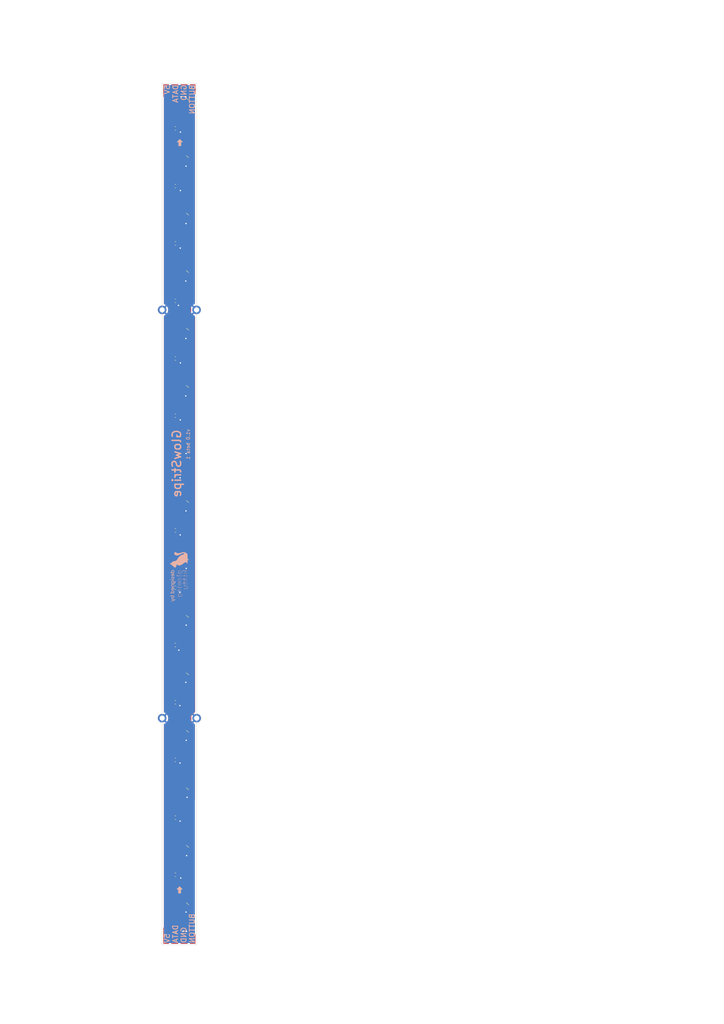
<source format=kicad_pcb>
(kicad_pcb (version 20211014) (generator pcbnew)
  (layers (0 "F.Cu" signal) (31 "B.Cu" signal) (34 "B.Paste" user) (35 "F.Paste" user) (36 "B.SilkS" user "B.Silkscreen") (37 "F.SilkS" user "F.Silkscreen") (38 "B.Mask" user) (39 "F.Mask" user) (44 "Edge.Cuts" user))
  (net 0 "")
  (net 1 "+5V")
  (net 2 "GND")
  (net 3 "Net-(D1-Pad2)")
  (net 4 "Net-(D1-Pad4)")
  (net 5 "Net-(D2-Pad2)")
  (net 6 "Net-(D3-Pad2)")
  (net 7 "Net-(D4-Pad2)")
  (net 8 "Net-(D5-Pad2)")
  (net 9 "Net-(D6-Pad2)")
  (net 10 "Net-(D7-Pad2)")
  (net 11 "Net-(D8-Pad2)")
  (net 12 "Net-(D10-Pad4)")
  (net 13 "Net-(D10-Pad2)")
  (net 14 "Net-(D11-Pad2)")
  (net 15 "Net-(D12-Pad2)")
  (net 16 "Net-(D13-Pad2)")
  (net 17 "Net-(D14-Pad2)")
  (net 18 "Net-(D15-Pad2)")
  (net 19 "BUTTON")
  (footprint "Capacitor_SMD:C_0603_1608Metric_Pad1.08x0.95mm_HandSolder" (layer "F.Cu") (at 50.97 220.35)
    (fp_text reference "C4" hide)
    (fp_text value "0.1uf")
    (pad "1" smd roundrect (at -0.8625 0) (size 1.075 0.95) (layers "F.Cu" "F.Paste" "F.Mask") (net 1 "+5V"))
    (pad "2" smd roundrect (at 0.8625 0) (size 1.075 0.95) (layers "F.Cu" "F.Paste" "F.Mask") (net 2 "GND"))
  )
  (footprint "LED_SMD:LED_WS2812B_PLCC4_5.0x5.0mm_P3.2mm" (layer "F.Cu") (at 52.0678 48.910185 90)
    (fp_text reference "D14" hide)
    (fp_text value "WS2812B")
    (pad "1" smd rect locked (at -2.45 -1.6 90) (size 1.5 1) (layers "F.Cu" "F.Paste" "F.Mask") (net 1 "+5V"))
    (pad "2" smd rect locked (at -2.45 1.6 90) (size 1.5 1) (layers "F.Cu" "F.Paste" "F.Mask") (net 17 "Net-(D14-Pad2)"))
    (pad "3" smd rect locked (at 2.45 1.6 90) (size 1.5 1) (layers "F.Cu" "F.Paste" "F.Mask") (net 2 "GND"))
    (pad "4" smd rect locked (at 2.45 -1.6 90) (size 1.5 1) (layers "F.Cu" "F.Paste" "F.Mask") (net 16 "Net-(D13-Pad2)"))
  )
  (footprint "LED_SMD:LED_WS2812B_PLCC4_5.0x5.0mm_P3.2mm" (layer "F.Cu") (at 52.0678 265.75 90)
    (fp_text reference "D1" hide)
    (fp_text value "WS2812B")
    (pad "1" smd rect locked (at -2.45 -1.6 90) (size 1.5 1) (layers "F.Cu" "F.Paste" "F.Mask") (net 1 "+5V"))
    (pad "2" smd rect locked (at -2.45 1.6 90) (size 1.5 1) (layers "F.Cu" "F.Paste" "F.Mask") (net 3 "Net-(D1-Pad2)"))
    (pad "3" smd rect locked (at 2.45 1.6 90) (size 1.5 1) (layers "F.Cu" "F.Paste" "F.Mask") (net 2 "GND"))
    (pad "4" smd rect locked (at 2.45 -1.6 90) (size 1.5 1) (layers "F.Cu" "F.Paste" "F.Mask") (net 4 "Net-(D1-Pad4)"))
  )
  (footprint "LED_SMD:LED_WS2812B_PLCC4_5.0x5.0mm_P3.2mm" (layer "F.Cu") (at 52.0678 65.59017 90)
    (fp_text reference "D13" hide)
    (fp_text value "WS2812B")
    (pad "1" smd rect locked (at -2.45 -1.6 90) (size 1.5 1) (layers "F.Cu" "F.Paste" "F.Mask") (net 1 "+5V"))
    (pad "2" smd rect locked (at -2.45 1.6 90) (size 1.5 1) (layers "F.Cu" "F.Paste" "F.Mask") (net 16 "Net-(D13-Pad2)"))
    (pad "3" smd rect locked (at 2.45 1.6 90) (size 1.5 1) (layers "F.Cu" "F.Paste" "F.Mask") (net 2 "GND"))
    (pad "4" smd rect locked (at 2.45 -1.6 90) (size 1.5 1) (layers "F.Cu" "F.Paste" "F.Mask") (net 15 "Net-(D12-Pad2)"))
  )
  (footprint "Capacitor_SMD:C_0603_1608Metric_Pad1.08x0.95mm_HandSolder" (layer "F.Cu") (at 50.97 203.64)
    (fp_text reference "C5" hide)
    (fp_text value "0.1uf")
    (pad "1" smd roundrect (at -0.8625 0) (size 1.075 0.95) (layers "F.Cu" "F.Paste" "F.Mask") (net 1 "+5V"))
    (pad "2" smd roundrect (at 0.8625 0) (size 1.075 0.95) (layers "F.Cu" "F.Paste" "F.Mask") (net 2 "GND"))
  )
  (footprint "myparts:Castellated hole" (layer "F.Cu") (at 47.1454 208.24)
    (fp_text reference "H4" hide)
    (fp_text value "Castellated_hole")
    (pad "1" thru_hole circle (at -0.0254 0) (size 2.5 2.5) (drill 1.5) (layers *.Cu *.Mask) (net 2 "GND"))
  )
  (footprint "Capacitor_SMD:C_0603_1608Metric_Pad1.08x0.95mm_HandSolder" (layer "F.Cu") (at 50.97 120.47)
    (fp_text reference "C10" hide)
    (fp_text value "0.1uf")
    (pad "1" smd roundrect (at -0.8625 0) (size 1.075 0.95) (layers "F.Cu" "F.Paste" "F.Mask") (net 1 "+5V"))
    (pad "2" smd roundrect (at 0.8625 0) (size 1.075 0.95) (layers "F.Cu" "F.Paste" "F.Mask") (net 2 "GND"))
  )
  (footprint "Capacitor_SMD:C_0603_1608Metric_Pad1.08x0.95mm_HandSolder" (layer "F.Cu") (at 50.97 253.68)
    (fp_text reference "C2" hide)
    (fp_text value "0.1uf")
    (pad "1" smd roundrect (at -0.8625 0) (size 1.075 0.95) (layers "F.Cu" "F.Paste" "F.Mask") (net 1 "+5V"))
    (pad "2" smd roundrect (at 0.8625 0) (size 1.075 0.95) (layers "F.Cu" "F.Paste" "F.Mask") (net 2 "GND"))
  )
  (footprint "LOGO" (layer "F.Cu") (at 52.24 41.21 180)
    (fp_text reference "leddirectionarrow4" hide)
    (fp_text value "LOGO" hide)
  )
  (footprint "myparts:LED strip connector 4pad small" (layer "F.Cu") (at 52.11 25.71)
    (fp_text reference "U2" hide)
    (fp_text value "Contact pads")
    (pad "1" smd rect locked (at -3.8338 -0.0056) (size 1.6 2.8) (layers "F.Cu" "F.Mask") (net 1 "+5V"))
    (pad "2" smd rect locked (at -1.334534 -0.0056) (size 2 2.8) (layers "F.Cu" "F.Mask") (net 18 "Net-(D15-Pad2)"))
    (pad "3" smd rect locked (at 1.364732 -0.0056) (size 2 2.8) (layers "F.Cu" "F.Mask") (net 2 "GND"))
    (pad "4" smd rect locked (at 3.864 -0.0056) (size 1.6 2.8) (layers "F.Cu" "F.Mask") (net 19 "BUTTON"))
  )
  (footprint "LED_SMD:LED_WS2812B_PLCC4_5.0x5.0mm_P3.2mm" (layer "F.Cu") (at 52.0678 98.95014 90)
    (fp_text reference "D11" hide)
    (fp_text value "WS2812B")
    (pad "1" smd rect locked (at -2.45 -1.6 90) (size 1.5 1) (layers "F.Cu" "F.Paste" "F.Mask") (net 1 "+5V"))
    (pad "2" smd rect locked (at -2.45 1.6 90) (size 1.5 1) (layers "F.Cu" "F.Paste" "F.Mask") (net 14 "Net-(D11-Pad2)"))
    (pad "3" smd rect locked (at 2.45 1.6 90) (size 1.5 1) (layers "F.Cu" "F.Paste" "F.Mask") (net 2 "GND"))
    (pad "4" smd rect locked (at 2.45 -1.6 90) (size 1.5 1) (layers "F.Cu" "F.Paste" "F.Mask") (net 13 "Net-(D10-Pad2)"))
  )
  (footprint "LED_SMD:LED_WS2812B_PLCC4_5.0x5.0mm_P3.2mm" (layer "F.Cu") (at 52.0678 232.39002 90)
    (fp_text reference "D3" hide)
    (fp_text value "WS2812B")
    (pad "1" smd rect locked (at -2.45 -1.6 90) (size 1.5 1) (layers "F.Cu" "F.Paste" "F.Mask") (net 1 "+5V"))
    (pad "2" smd rect locked (at -2.45 1.6 90) (size 1.5 1) (layers "F.Cu" "F.Paste" "F.Mask") (net 6 "Net-(D3-Pad2)"))
    (pad "3" smd rect locked (at 2.45 1.6 90) (size 1.5 1) (layers "F.Cu" "F.Paste" "F.Mask") (net 2 "GND"))
    (pad "4" smd rect locked (at 2.45 -1.6 90) (size 1.5 1) (layers "F.Cu" "F.Paste" "F.Mask") (net 5 "Net-(D2-Pad2)"))
  )
  (footprint "Capacitor_SMD:C_0603_1608Metric_Pad1.08x0.95mm_HandSolder" (layer "F.Cu") (at 50.97 137.13)
    (fp_text reference "C9" hide)
    (fp_text value "0.1uf")
    (pad "1" smd roundrect (at -0.8625 0) (size 1.075 0.95) (layers "F.Cu" "F.Paste" "F.Mask") (net 1 "+5V"))
    (pad "2" smd roundrect (at 0.8625 0) (size 1.075 0.95) (layers "F.Cu" "F.Paste" "F.Mask") (net 2 "GND"))
  )
  (footprint "Capacitor_SMD:C_0603_1608Metric_Pad1.08x0.95mm_HandSolder" (layer "F.Cu") (at 50.97 53.83)
    (fp_text reference "C14" hide)
    (fp_text value "0.1uf")
    (pad "1" smd roundrect (at -0.8625 0) (size 1.075 0.95) (layers "F.Cu" "F.Paste" "F.Mask") (net 1 "+5V"))
    (pad "2" smd roundrect (at 0.8625 0) (size 1.075 0.95) (layers "F.Cu" "F.Paste" "F.Mask") (net 2 "GND"))
  )
  (footprint "myparts:Castellated hole" (layer "F.Cu") (at 57.13 89.75)
    (fp_text reference "H1" hide)
    (fp_text value "Castellated_hole")
    (pad "1" thru_hole circle (at -0.0254 0) (size 2.5 2.5) (drill 1.5) (layers *.Cu *.Mask) (net 2 "GND"))
  )
  (footprint "Capacitor_SMD:C_0603_1608Metric_Pad1.08x0.95mm_HandSolder" (layer "F.Cu") (at 50.97 70.46)
    (fp_text reference "C13" hide)
    (fp_text value "0.1uf")
    (pad "1" smd roundrect (at -0.8625 0) (size 1.075 0.95) (layers "F.Cu" "F.Paste" "F.Mask") (net 1 "+5V"))
    (pad "2" smd roundrect (at 0.8625 0) (size 1.075 0.95) (layers "F.Cu" "F.Paste" "F.Mask") (net 2 "GND"))
  )
  (footprint "Capacitor_SMD:C_0603_1608Metric_Pad1.08x0.95mm_HandSolder" (layer "F.Cu") (at 50.97 237.11)
    (fp_text reference "C3" hide)
    (fp_text value "0.1uf")
    (pad "1" smd roundrect (at -0.8625 0) (size 1.075 0.95) (layers "F.Cu" "F.Paste" "F.Mask") (net 1 "+5V"))
    (pad "2" smd roundrect (at 0.8625 0) (size 1.075 0.95) (layers "F.Cu" "F.Paste" "F.Mask") (net 2 "GND"))
  )
  (footprint "Capacitor_SMD:C_0603_1608Metric_Pad1.08x0.95mm_HandSolder" (layer "F.Cu") (at 50.97 170.38)
    (fp_text reference "C7" hide)
    (fp_text value "0.1uf")
    (pad "1" smd roundrect (at -0.8625 0) (size 1.075 0.95) (layers "F.Cu" "F.Paste" "F.Mask") (net 1 "+5V"))
    (pad "2" smd roundrect (at 0.8625 0) (size 1.075 0.95) (layers "F.Cu" "F.Paste" "F.Mask") (net 2 "GND"))
  )
  (footprint "myparts:Castellated hole" (layer "F.Cu") (at 57.1654 208.24)
    (fp_text reference "H3" hide)
    (fp_text value "Castellated_hole")
    (pad "1" thru_hole circle (at -0.0254 0) (size 2.5 2.5) (drill 1.5) (layers *.Cu *.Mask) (net 2 "GND"))
  )
  (footprint "myparts:LED strip connector 4pad small" (layer "F.Cu") (at 52.11 272.32)
    (fp_text reference "U1" hide)
    (fp_text value "Contact pads")
    (pad "1" smd rect locked (at -3.8338 -0.0056) (size 1.6 2.8) (layers "F.Cu" "F.Mask") (net 1 "+5V"))
    (pad "2" smd rect locked (at -1.334534 -0.0056) (size 2 2.8) (layers "F.Cu" "F.Mask") (net 4 "Net-(D1-Pad4)"))
    (pad "3" smd rect locked (at 1.364732 -0.0056) (size 2 2.8) (layers "F.Cu" "F.Mask") (net 2 "GND"))
    (pad "4" smd rect locked (at 3.864 -0.0056) (size 1.6 2.8) (layers "F.Cu" "F.Mask") (net 19 "BUTTON"))
  )
  (footprint "Capacitor_SMD:C_0603_1608Metric_Pad1.08x0.95mm_HandSolder" (layer "F.Cu") (at 50.97 269.95)
    (fp_text reference "C1" hide)
    (fp_text value "0.1uf")
    (pad "1" smd roundrect (at -0.8625 0) (size 1.075 0.95) (layers "F.Cu" "F.Paste" "F.Mask") (net 1 "+5V"))
    (pad "2" smd roundrect (at 0.8625 0) (size 1.075 0.95) (layers "F.Cu" "F.Paste" "F.Mask") (net 2 "GND"))
  )
  (footprint "LED_SMD:LED_WS2812B_PLCC4_5.0x5.0mm_P3.2mm" (layer "F.Cu") (at 52.0678 32.2302 90)
    (fp_text reference "D15" hide)
    (fp_text value "WS2812B")
    (pad "1" smd rect locked (at -2.45 -1.6 90) (size 1.5 1) (layers "F.Cu" "F.Paste" "F.Mask") (net 1 "+5V"))
    (pad "2" smd rect locked (at -2.45 1.6 90) (size 1.5 1) (layers "F.Cu" "F.Paste" "F.Mask") (net 18 "Net-(D15-Pad2)"))
    (pad "3" smd rect locked (at 2.45 1.6 90) (size 1.5 1) (layers "F.Cu" "F.Paste" "F.Mask") (net 2 "GND"))
    (pad "4" smd rect locked (at 2.45 -1.6 90) (size 1.5 1) (layers "F.Cu" "F.Paste" "F.Mask") (net 17 "Net-(D14-Pad2)"))
  )
  (footprint "LED_SMD:LED_WS2812B_PLCC4_5.0x5.0mm_P3.2mm" (layer "F.Cu") (at 52.0678 182.350065 90)
    (fp_text reference "D6" hide)
    (fp_text value "WS2812B")
    (pad "1" smd rect locked (at -2.45 -1.6 90) (size 1.5 1) (layers "F.Cu" "F.Paste" "F.Mask") (net 1 "+5V"))
    (pad "2" smd rect locked (at -2.45 1.6 90) (size 1.5 1) (layers "F.Cu" "F.Paste" "F.Mask") (net 9 "Net-(D6-Pad2)"))
    (pad "3" smd rect locked (at 2.45 1.6 90) (size 1.5 1) (layers "F.Cu" "F.Paste" "F.Mask") (net 2 "GND"))
    (pad "4" smd rect locked (at 2.45 -1.6 90) (size 1.5 1) (layers "F.Cu" "F.Paste" "F.Mask") (net 8 "Net-(D5-Pad2)"))
  )
  (footprint "LED_SMD:LED_WS2812B_PLCC4_5.0x5.0mm_P3.2mm" (layer "F.Cu") (at 52.0678 148.990095 90)
    (fp_text reference "D8" hide)
    (fp_text value "WS2812B")
    (pad "1" smd rect locked (at -2.45 -1.6 90) (size 1.5 1) (layers "F.Cu" "F.Paste" "F.Mask") (net 1 "+5V"))
    (pad "2" smd rect locked (at -2.45 1.6 90) (size 1.5 1) (layers "F.Cu" "F.Paste" "F.Mask") (net 11 "Net-(D8-Pad2)"))
    (pad "3" smd rect locked (at 2.45 1.6 90) (size 1.5 1) (layers "F.Cu" "F.Paste" "F.Mask") (net 2 "GND"))
    (pad "4" smd rect locked (at 2.45 -1.6 90) (size 1.5 1) (layers "F.Cu" "F.Paste" "F.Mask") (net 10 "Net-(D7-Pad2)"))
  )
  (footprint "Capacitor_SMD:C_0603_1608Metric_Pad1.08x0.95mm_HandSolder" (layer "F.Cu") (at 50.97 37.09)
    (fp_text reference "C15" hide)
    (fp_text value "0.1uf")
    (pad "1" smd roundrect (at -0.8625 0) (size 1.075 0.95) (layers "F.Cu" "F.Paste" "F.Mask") (net 1 "+5V"))
    (pad "2" smd roundrect (at 0.8625 0) (size 1.075 0.95) (layers "F.Cu" "F.Paste" "F.Mask") (net 2 "GND"))
  )
  (footprint "LED_SMD:LED_WS2812B_PLCC4_5.0x5.0mm_P3.2mm" (layer "F.Cu") (at 52.0678 115.630125 90)
    (fp_text reference "D10" hide)
    (fp_text value "WS2812B")
    (pad "1" smd rect locked (at -2.45 -1.6 90) (size 1.5 1) (layers "F.Cu" "F.Paste" "F.Mask") (net 1 "+5V"))
    (pad "2" smd rect locked (at -2.45 1.6 90) (size 1.5 1) (layers "F.Cu" "F.Paste" "F.Mask") (net 13 "Net-(D10-Pad2)"))
    (pad "3" smd rect locked (at 2.45 1.6 90) (size 1.5 1) (layers "F.Cu" "F.Paste" "F.Mask") (net 2 "GND"))
    (pad "4" smd rect locked (at 2.45 -1.6 90) (size 1.5 1) (layers "F.Cu" "F.Paste" "F.Mask") (net 12 "Net-(D10-Pad4)"))
  )
  (footprint "Capacitor_SMD:C_0603_1608Metric_Pad1.08x0.95mm_HandSolder" (layer "F.Cu") (at 50.97 153.78)
    (fp_text reference "C8" hide)
    (fp_text value "0.1uf")
    (pad "1" smd roundrect (at -0.8625 0) (size 1.075 0.95) (layers "F.Cu" "F.Paste" "F.Mask") (net 1 "+5V"))
    (pad "2" smd roundrect (at 0.8625 0) (size 1.075 0.95) (layers "F.Cu" "F.Paste" "F.Mask") (net 2 "GND"))
  )
  (footprint "LOGO" (layer "F.Cu") (at 52.19 258.07 180)
    (fp_text reference "leddirectionarrow4" hide)
    (fp_text value "LOGO" hide)
  )
  (footprint "LED_SMD:LED_WS2812B_PLCC4_5.0x5.0mm_P3.2mm" (layer "F.Cu") (at 52.0678 249.070005 90)
    (fp_text reference "D2" hide)
    (fp_text value "WS2812B")
    (pad "1" smd rect locked (at -2.45 -1.6 90) (size 1.5 1) (layers "F.Cu" "F.Paste" "F.Mask") (net 1 "+5V"))
    (pad "2" smd rect locked (at -2.45 1.6 90) (size 1.5 1) (layers "F.Cu" "F.Paste" "F.Mask") (net 5 "Net-(D2-Pad2)"))
    (pad "3" smd rect locked (at 2.45 1.6 90) (size 1.5 1) (layers "F.Cu" "F.Paste" "F.Mask") (net 2 "GND"))
    (pad "4" smd rect locked (at 2.45 -1.6 90) (size 1.5 1) (layers "F.Cu" "F.Paste" "F.Mask") (net 3 "Net-(D1-Pad2)"))
  )
  (footprint "myparts:Castellated hole" (layer "F.Cu") (at 47.14 89.75)
    (fp_text reference "H2" hide)
    (fp_text value "Castellated_hole")
    (pad "1" thru_hole circle (at -0.0254 0) (size 2.5 2.5) (drill 1.5) (layers *.Cu *.Mask) (net 2 "GND"))
  )
  (footprint "LED_SMD:LED_WS2812B_PLCC4_5.0x5.0mm_P3.2mm" (layer "F.Cu") (at 52.0678 215.710035 90)
    (fp_text reference "D4" hide)
    (fp_text value "WS2812B")
    (pad "1" smd rect locked (at -2.45 -1.6 90) (size 1.5 1) (layers "F.Cu" "F.Paste" "F.Mask") (net 1 "+5V"))
    (pad "2" smd rect locked (at -2.45 1.6 90) (size 1.5 1) (layers "F.Cu" "F.Paste" "F.Mask") (net 7 "Net-(D4-Pad2)"))
    (pad "3" smd rect locked (at 2.45 1.6 90) (size 1.5 1) (layers "F.Cu" "F.Paste" "F.Mask") (net 2 "GND"))
    (pad "4" smd rect locked (at 2.45 -1.6 90) (size 1.5 1) (layers "F.Cu" "F.Paste" "F.Mask") (net 6 "Net-(D3-Pad2)"))
  )
  (footprint "Capacitor_SMD:C_0603_1608Metric_Pad1.08x0.95mm_HandSolder" (layer "F.Cu") (at 50.97 103.86)
    (fp_text reference "C11" hide)
    (fp_text value "0.1uf")
    (pad "1" smd roundrect (at -0.8625 0) (size 1.075 0.95) (layers "F.Cu" "F.Paste" "F.Mask") (net 1 "+5V"))
    (pad "2" smd roundrect (at 0.8625 0) (size 1.075 0.95) (layers "F.Cu" "F.Paste" "F.Mask") (net 2 "GND"))
  )
  (footprint "Capacitor_SMD:C_0603_1608Metric_Pad1.08x0.95mm_HandSolder" (layer "F.Cu") (at 50.97 187.03)
    (fp_text reference "C6" hide)
    (fp_text value "0.1uf")
    (pad "1" smd roundrect (at -0.8625 0) (size 1.075 0.95) (layers "F.Cu" "F.Paste" "F.Mask") (net 1 "+5V"))
    (pad "2" smd roundrect (at 0.8625 0) (size 1.075 0.95) (layers "F.Cu" "F.Paste" "F.Mask") (net 2 "GND"))
  )
  (footprint "Capacitor_SMD:C_0603_1608Metric_Pad1.08x0.95mm_HandSolder" (layer "F.Cu") (at 50.97 87.14)
    (fp_text reference "C12" hide)
    (fp_text value "0.1uf")
    (pad "1" smd roundrect (at -0.8625 0) (size 1.075 0.95) (layers "F.Cu" "F.Paste" "F.Mask") (net 1 "+5V"))
    (pad "2" smd roundrect (at 0.8625 0) (size 1.075 0.95) (layers "F.Cu" "F.Paste" "F.Mask") (net 2 "GND"))
  )
  (footprint "LED_SMD:LED_WS2812B_PLCC4_5.0x5.0mm_P3.2mm" (layer "F.Cu") (at 52.0678 165.67008 90)
    (fp_text reference "D7" hide)
    (fp_text value "WS2812B")
    (pad "1" smd rect locked (at -2.45 -1.6 90) (size 1.5 1) (layers "F.Cu" "F.Paste" "F.Mask") (net 1 "+5V"))
    (pad "2" smd rect locked (at -2.45 1.6 90) (size 1.5 1) (layers "F.Cu" "F.Paste" "F.Mask") (net 10 "Net-(D7-Pad2)"))
    (pad "3" smd rect locked (at 2.45 1.6 90) (size 1.5 1) (layers "F.Cu" "F.Paste" "F.Mask") (net 2 "GND"))
    (pad "4" smd rect locked (at 2.45 -1.6 90) (size 1.5 1) (layers "F.Cu" "F.Paste" "F.Mask") (net 9 "Net-(D6-Pad2)"))
  )
  (footprint "LED_SMD:LED_WS2812B_PLCC4_5.0x5.0mm_P3.2mm" (layer "F.Cu") (at 52.0678 132.31011 90)
    (fp_text reference "D9" hide)
    (fp_text value "WS2812B")
    (pad "1" smd rect locked (at -2.45 -1.6 90) (size 1.5 1) (layers "F.Cu" "F.Paste" "F.Mask") (net 1 "+5V"))
    (pad "2" smd rect locked (at -2.45 1.6 90) (size 1.5 1) (layers "F.Cu" "F.Paste" "F.Mask") (net 12 "Net-(D10-Pad4)"))
    (pad "3" smd rect locked (at 2.45 1.6 90) (size 1.5 1) (layers "F.Cu" "F.Paste" "F.Mask") (net 2 "GND"))
    (pad "4" smd rect locked (at 2.45 -1.6 90) (size 1.5 1) (layers "F.Cu" "F.Paste" "F.Mask") (net 11 "Net-(D8-Pad2)"))
  )
  (footprint "LED_SMD:LED_WS2812B_PLCC4_5.0x5.0mm_P3.2mm" (layer "F.Cu") (at 52.0678 199.03005 90)
    (fp_text reference "D5" hide)
    (fp_text value "WS2812B")
    (pad "1" smd rect locked (at -2.45 -1.6 90) (size 1.5 1) (layers "F.Cu" "F.Paste" "F.Mask") (net 1 "+5V"))
    (pad "2" smd rect locked (at -2.45 1.6 90) (size 1.5 1) (layers "F.Cu" "F.Paste" "F.Mask") (net 8 "Net-(D5-Pad2)"))
    (pad "3" smd rect locked (at 2.45 1.6 90) (size 1.5 1) (layers "F.Cu" "F.Paste" "F.Mask") (net 2 "GND"))
    (pad "4" smd rect locked (at 2.45 -1.6 90) (size 1.5 1) (layers "F.Cu" "F.Paste" "F.Mask") (net 7 "Net-(D4-Pad2)"))
  )
  (footprint "LED_SMD:LED_WS2812B_PLCC4_5.0x5.0mm_P3.2mm" (layer "F.Cu") (at 52.0678 82.270155 90)
    (fp_text reference "D12" hide)
    (fp_text value "WS2812B")
    (pad "1" smd rect locked (at -2.45 -1.6 90) (size 1.5 1) (layers "F.Cu" "F.Paste" "F.Mask") (net 1 "+5V"))
    (pad "2" smd rect locked (at -2.45 1.6 90) (size 1.5 1) (layers "F.Cu" "F.Paste" "F.Mask") (net 15 "Net-(D12-Pad2)"))
    (pad "3" smd rect locked (at 2.45 1.6 90) (size 1.5 1) (layers "F.Cu" "F.Paste" "F.Mask") (net 2 "GND"))
    (pad "4" smd rect locked (at 2.45 -1.6 90) (size 1.5 1) (layers "F.Cu" "F.Paste" "F.Mask") (net 14 "Net-(D11-Pad2)"))
  )
  (footprint "LOGO" (layer "B.Cu") (at 52.17 258.08)
    (fp_text reference "leddirectionarrow4" hide)
    (fp_text value "LOGO" hide)
  )
  (footprint "LOGO" (layer "B.Cu") (at 51.98 167.29 -90)
    (fp_text reference "designedby" hide)
    (fp_text value "LOGO" hide)
  )
  (footprint "LOGO" (layer "B.Cu") (at 52.24 41.21)
    (fp_text reference "leddirectionarrow4" hide)
    (fp_text value "LOGO" hide)
  )
  (gr_line locked (start 57.13 274.01) (end 47.13 274.01) (layer "Edge.Cuts") (width 0.1))
  (gr_line locked (start 47.13 24.01) (end 57.13 24.01) (layer "Edge.Cuts") (width 0.1))
  (gr_line locked (start 57.13 24.01) (end 57.13 274.01) (layer "Edge.Cuts") (width 0.1))
  (gr_line locked (start 47.13 274.01) (end 47.13 24.01) (layer "Edge.Cuts") (width 0.1))
  (gr_text "5V\nDATA\nGND\nBUTTON" (at 52.21 24.26 90) (layer "B.SilkS") (effects (font (size 1.5 1.5) (thickness 0.25)) (justify left mirror)))
  (gr_text "v1.0 beta 1" (at 54.67 128.78 90) (layer "B.SilkS") (effects (font (size 1 1)) (justify mirror)))
  (gr_text "GlowStripe" (at 51.35 134.35 90) (layer "B.SilkS") (effects (font (size 2.5 2.5) (thickness 0.4)) (justify mirror)))
  (gr_text "5V\nDATA\nGND\nBUTTON" (at 52.18 273.62 90) (layer "B.SilkS") (effects (font (size 1.5 1.5) (thickness 0.25)) (justify right mirror)))
  (segment (start 48.56 28.37) (end 48.56 29.23) (width 1.5) (layer "F.Cu") (net 1))
  (segment (start 50.1075 187.03) (end 50.1075 185.160365) (width 1) (layer "F.Cu") (net 1))
  (segment (start 50.1075 87.14) (end 50.1075 85.080455) (width 1) (layer "F.Cu") (net 1))
  (segment (start 50.1075 53.83) (end 50.1075 51.720485) (width 1) (layer "F.Cu") (net 1))
  (segment (start 49.5038 269.2938) (end 50.045 269.835) (width 1.2) (layer "F.Cu") (net 1))
  (segment (start 50.1075 170.38) (end 50.1075 168.48038) (width 1) (layer "F.Cu") (net 1))
  (segment (start 50.1075 51.720485) (end 50.4678 51.360185) (width 1) (layer "F.Cu") (net 1))
  (segment (start 50.1075 251.880305) (end 50.4678 251.520005) (width 0.25) (layer "F.Cu") (net 1))
  (segment (start 50.1075 237.11) (end 50.1075 235.20032) (width 1) (layer "F.Cu") (net 1))
  (segment (start 50.1075 185.160365) (end 50.4678 184.800065) (width 1) (layer "F.Cu") (net 1))
  (segment (start 48.56 29.23) (end 48.56 33.493) (width 1.5) (layer "F.Cu") (net 1))
  (segment (start 50.1075 37.09) (end 50.1075 35.0405) (width 1) (layer "F.Cu") (net 1))
  (segment (start 50.1075 101.76044) (end 50.4678 101.40014) (width 1) (layer "F.Cu") (net 1))
  (segment (start 50.1075 68.40047) (end 50.4678 68.04017) (width 1) (layer "F.Cu") (net 1))
  (segment (start 50.045 269.835) (end 50.045 269.95) (width 1.2) (layer "F.Cu") (net 1))
  (segment (start 50.1075 35.0405) (end 50.4678 34.6802) (width 1) (layer "F.Cu") (net 1))
  (segment (start 48.75 28.18) (end 48.56 28.37) (width 1.5) (layer "F.Cu") (net 1))
  (segment (start 50.1075 203.64) (end 50.1075 201.84035) (width 1) (layer "F.Cu") (net 1))
  (segment (start 48.0862 270.4438) (end 48.0862 272.0944) (width 1.2) (layer "F.Cu") (net 1))
  (segment (start 50.1075 268.5603) (end 50.4678 268.2) (width 0.25) (layer "F.Cu") (net 1))
  (segment (start 50.1075 253.68) (end 50.1075 251.880305) (width 1) (layer "F.Cu") (net 1))
  (segment (start 50.1075 153.78) (end 50.1075 151.800395) (width 1) (layer "F.Cu") (net 1))
  (segment (start 50.1075 201.84035) (end 50.4678 201.48005) (width 1) (layer "F.Cu") (net 1))
  (segment (start 48.0862 269.2938) (end 49.5038 269.2938) (width 1.2) (layer "F.Cu") (net 1))
  (segment (start 50.1075 151.800395) (end 50.4678 151.440095) (width 1) (layer "F.Cu") (net 1))
  (segment (start 50.1075 85.080455) (end 50.4678 84.720155) (width 1) (layer "F.Cu") (net 1))
  (segment (start 50.1075 88.7325) (end 50.06 88.78) (width 1) (layer "F.Cu") (net 1))
  (segment (start 50.1075 269.95) (end 50.1075 268.5603) (width 1) (layer "F.Cu") (net 1))
  (segment (start 48.2512 27.6812) (end 48.75 28.18) (width 1.5) (layer "F.Cu") (net 1))
  (segment (start 50.1075 168.48038) (end 50.4678 168.12008) (width 1) (layer "F.Cu") (net 1))
  (segment (start 50.1075 87.14) (end 50.1075 88.7325) (width 1) (layer "F.Cu") (net 1))
  (segment (start 50.1075 70.46) (end 50.1075 68.40047) (width 1) (layer "F.Cu") (net 1))
  (segment (start 48.2512 25.8044) (end 48.2512 27.6812) (width 1.5) (layer "F.Cu") (net 1))
  (segment (start 48.34 26.1696) (end 48.086 25.9156) (width 1.3) (layer "F.Cu") (net 1))
  (segment (start 50.1075 220.35) (end 50.1075 218.520335) (width 1) (layer "F.Cu") (net 1))
  (segment (start 48.0862 269.2938) (end 48.0862 270.4438) (width 1.2) (layer "F.Cu") (net 1))
  (segment (start 50.1075 120.47) (end 50.1075 118.440425) (width 1) (layer "F.Cu") (net 1))
  (segment (start 50.1075 135.12041) (end 50.4678 134.76011) (width 1) (layer "F.Cu") (net 1))
  (segment (start 50.1075 118.440425) (end 50.4678 118.080125) (width 1) (layer "F.Cu") (net 1))
  (segment (start 50.1075 137.13) (end 50.1075 135.12041) (width 1) (layer "F.Cu") (net 1))
  (segment (start 48.56 33.493) (end 50.1075 35.0405) (width 1.5) (layer "F.Cu") (net 1))
  (segment (start 50.1075 103.86) (end 50.1075 101.76044) (width 1) (layer "F.Cu") (net 1))
  (segment (start 50.1075 218.520335) (end 50.4678 218.160035) (width 0.25) (layer "F.Cu") (net 1))
  (segment (start 50.1075 235.20032) (end 50.4678 234.84002) (width 0.25) (layer "F.Cu") (net 1))
  (segment (start 51.8325 171.2125) (end 52.27 171.65) (width 0.25) (layer "F.Cu") (net 2))
  (segment (start 53.6678 214.2478) (end 54.09 214.67) (width 0.25) (layer "F.Cu") (net 2))
  (segment (start 51.8325 137.13) (end 51.8325 137.9925) (width 0.25) (layer "F.Cu") (net 2))
  (segment (start 51.8325 103.86) (end 51.8325 104.5525) (width 0.25) (layer "F.Cu") (net 2))
  (segment (start 53.6678 264.1378) (end 53.6678 263.3) (width 0.25) (layer "F.Cu") (net 2))
  (segment (start 53.6678 46.460185) (end 53.6678 47.6578) (width 0.25) (layer "F.Cu") (net 2))
  (segment (start 53.6678 96.50014) (end 53.6678 97.7178) (width 0.25) (layer "F.Cu") (net 2))
  (segment (start 51.8325 220.8125) (end 51.8325 220.35) (width 0.25) (layer "F.Cu") (net 2))
  (segment (start 51.8325 153.78) (end 51.8325 154.5425) (width 0.25) (layer "F.Cu") (net 2))
  (segment (start 51.8325 53.83) (end 51.8325 54.5325) (width 0.25) (layer "F.Cu") (net 2))
  (segment (start 53.6678 180.8278) (end 54.09 181.25) (width 0.25) (layer "F.Cu") (net 2))
  (segment (start 53.6678 163.22008) (end 53.6678 164.3478) (width 0.25) (layer "F.Cu") (net 2))
  (segment (start 53.484732 270.424732) (end 53.15 270.09) (width 0.25) (layer "F.Cu") (net 2))
  (segment (start 51.8325 70.46) (end 51.8325 71.2725) (width 0.25) (layer "F.Cu") (net 2))
  (segment (start 51.96 188.51) (end 51.8325 188.3825) (width 0.25) (layer "F.Cu") (net 2))
  (segment (start 51.8325 188.3825) (end 51.8325 187.03) (width 0.25) (layer "F.Cu") (net 2))
  (segment (start 53.6678 246.620005) (end 53.6678 247.5878) (width 0.25) (layer "F.Cu") (net 2))
  (segment (start 53.6678 97.7178) (end 54 98.05) (width 0.25) (layer "F.Cu") (net 2))
  (segment (start 51.8325 71.2725) (end 52.38 71.82) (width 0.25) (layer "F.Cu") (net 2))
  (segment (start 53.6678 114.3978) (end 53.98 114.71) (width 0.25) (layer "F.Cu") (net 2))
  (segment (start 53.484732 272.3344) (end 53.484732 270.424732) (width 2) (layer "F.Cu") (net 2))
  (segment (start 51.8325 88.4225) (end 51.8325 87.14) (width 0.25) (layer "F.Cu") (net 2))
  (segment (start 51.85 88.44) (end 51.8325 88.4225) (width 0.25) (layer "F.Cu") (net 2))
  (segment (start 51.8325 237.11) (end 51.8325 237.6125) (width 0.25) (layer "F.Cu") (net 2))
  (segment (start 53.6678 164.3478) (end 54.1 164.78) (width 0.25) (layer "F.Cu") (net 2))
  (segment (start 53.6678 79.820155) (end 53.6678 81.0678) (width 0.25) (layer "F.Cu") (net 2))
  (segment (start 51.8325 121.1325) (end 52.38 121.68) (width 0.25) (layer "F.Cu") (net 2))
  (segment (start 53.6678 230.5278) (end 54.36 231.22) (width 0.25) (layer "F.Cu") (net 2))
  (segment (start 53.6678 147.7378) (end 54.03 148.1) (width 0.25) (layer "F.Cu") (net 2))
  (segment (start 53.6678 29.7802) (end 53.6678 27.7578) (width 1) (layer "F.Cu") (net 2))
  (segment (start 51.8325 104.5525) (end 52.42 105.14) (width 0.25) (layer "F.Cu") (net 2))
  (segment (start 51.8325 253.9525) (end 52.53 254.65) (width 0.25) (layer "F.Cu") (net 2))
  (segment (start 51.8325 203.64) (end 51.8325 204.1725) (width 0.25) (layer "F.Cu") (net 2))
  (segment (start 53.6678 197.5178) (end 53.6678 196.58005) (width 0.25) (layer "F.Cu") (net 2))
  (segment (start 53.6678 129.86011) (end 53.6678 131.0478) (width 0.25) (layer "F.Cu") (net 2))
  (segment (start 53.6678 229.94002) (end 53.6678 230.5278) (width 0.25) (layer "F.Cu") (net 2))
  (segment (start 51.8325 204.1725) (end 52.26 204.6) (width 0.25) (layer "F.Cu") (net 2))
  (segment (start 53.474732 27.564732) (end 53.86 27.95) (width 1) (layer "F.Cu") (net 2))
  (segment (start 53.474732 25.8044) (end 53.474732 27.564732) (width 2) (layer "F.Cu") (net 2))
  (segment (start 53.6678 179.900065) (end 53.6678 180.8278) (width 0.25) (layer "F.Cu") (net 2))
  (segment (start 53.99 197.84) (end 53.6678 197.5178) (width 0.25) (layer "F.Cu") (net 2))
  (segment (start 51.8325 237.6125) (end 52.33 238.11) (width 0.25) (layer "F.Cu") (net 2))
  (segment (start 53.6678 63.14017) (end 53.6678 64.3178) (width 0.25) (layer "F.Cu") (net 2))
  (segment (start 53.474732 27.045268) (end 52.62 27.9) (width 1) (layer "F.Cu") (net 2))
  (segment (start 53.6678 131.0478) (end 54.05 131.43) (width 0.25) (layer "F.Cu") (net 2))
  (segment (start 53.6678 146.540095) (end 53.6678 147.7378) (width 0.25) (layer "F.Cu") (net 2))
  (segment (start 53.01 269.95) (end 53.484732 270.424732) (width 0.25) (layer "F.Cu") (net 2))
  (segment (start 51.8325 137.9925) (end 52.33 138.49) (width 0.25) (layer "F.Cu") (net 2))
  (segment (start 53.484732 270.424732) (end 53.885268 270.424732) (width 0.25) (layer "F.Cu") (net 2))
  (segment (start 53.6678 47.6578) (end 54.05 48.04) (width 0.25) (layer "F.Cu") (net 2))
  (segment (start 53.6678 247.5878) (end 54.21 248.13) (width 0.25) (layer "F.Cu") (net 2))
  (segment (start 53.6678 113.180125) (end 53.6678 114.3978) (width 0.25) (layer "F.Cu") (net 2))
  (segment (start 54.04 264.51) (end 53.6678 264.1378) (width 0.25) (layer "F.Cu") (net 2))
  (segment (start 53.6678 213.260035) (end 53.6678 214.2478) (width 0.25) (layer "F.Cu") (net 2))
  (segment (start 51.8325 37.5625) (end 52.43 38.16) (width 0.25) (layer "F.Cu") (net 2))
  (segment (start 53.6678 27.7578) (end 53.474732 27.564732) (width 1) (layer "F.Cu") (net 2))
  (segment (start 52.29 221.27) (end 51.8325 220.8125) (width 0.25) (layer "F.Cu") (net 2))
  (segment (start 51.8325 253.68) (end 51.8325 253.9525) (width 0.25) (layer "F.Cu") (net 2))
  (segment (start 51.8225 269.95) (end 53.01 269.95) (width 0.25) (layer "F.Cu") (net 2))
  (segment (start 53.6678 64.3178) (end 54.04 64.69) (width 0.25) (layer "F.Cu") (net 2))
  (segment (start 51.8325 37.09) (end 51.8325 37.5625) (width 0.25) (layer "F.Cu") (net 2))
  (segment (start 53.6678 81.0678) (end 53.98 81.38) (width 0.25) (layer "F.Cu") (net 2))
  (segment (start 51.8325 154.5425) (end 52.35 155.06) (width 0.25) (layer "F.Cu") (net 2))
  (segment (start 51.8325 170.38) (end 51.8325 171.2125) (width 0.25) (layer "F.Cu") (net 2))
  (segment (start 51.8325 54.5325) (end 52.42 55.12) (width 0.25) (layer "F.Cu") (net 2))
  (segment (start 53.885268 270.424732) (end 54.19 270.12) (width 1) (layer "F.Cu") (net 2))
  (segment (start 51.8325 120.47) (end 51.8325 121.1325) (width 0.25) (layer "F.Cu") (net 2))
  (via (at 54.21 248.13) (size 0.8) (drill 0.4) (layers "F.Cu" "B.Cu") (net 2))
  (via (at 51.85 88.44) (size 0.8) (drill 0.4) (layers "F.Cu" "B.Cu") (net 2))
  (via (at 52.29 221.27) (size 0.8) (drill 0.4) (layers "F.Cu" "B.Cu") (net 2))
  (via (at 54.09 214.67) (size 0.8) (drill 0.4) (layers "F.Cu" "B.Cu") (net 2))
  (via (at 53.86 27.95) (size 0.8) (drill 0.4) (layers "F.Cu" "B.Cu") (net 2))
  (via (at 54.36 231.22) (size 0.8) (drill 0.4) (layers "F.Cu" "B.Cu") (net 2))
  (via (at 52.43 38.16) (size 0.8) (drill 0.4) (layers "F.Cu" "B.Cu") (net 2))
  (via (at 54.05 131.43) (size 0.8) (drill 0.4) (layers "F.Cu" "B.Cu") (net 2))
  (via (at 54.04 64.69) (size 0.8) (drill 0.4) (layers "F.Cu" "B.Cu") (net 2))
  (via (at 54.05 48.04) (size 0.8) (drill 0.4) (layers "F.Cu" "B.Cu") (net 2))
  (via (at 53.98 114.71) (size 0.8) (drill 0.4) (layers "F.Cu" "B.Cu") (net 2))
  (via (at 52.33 238.11) (size 0.8) (drill 0.4) (layers "F.Cu" "B.Cu") (net 2))
  (via (at 52.26 204.6) (size 0.8) (drill 0.4) (layers "F.Cu" "B.Cu") (net 2))
  (via (at 54.09 181.25) (size 0.8) (drill 0.4) (layers "F.Cu" "B.Cu") (net 2))
  (via (at 54.03 148.1) (size 0.8) (drill 0.4) (layers "F.Cu" "B.Cu") (net 2))
  (via (at 52.33 138.49) (size 0.8) (drill 0.4) (layers "F.Cu" "B.Cu") (net 2))
  (via (at 53.99 197.84) (size 0.8) (drill 0.4) (layers "F.Cu" "B.Cu") (net 2))
  (via (at 51.96 188.51) (size 0.8) (drill 0.4) (layers "F.Cu" "B.Cu") (net 2))
  (via (at 52.38 121.68) (size 0.8) (drill 0.4) (layers "F.Cu" "B.Cu") (net 2))
  (via (at 54.1 164.78) (size 0.8) (drill 0.4) (layers "F.Cu" "B.Cu") (net 2))
  (via (at 52.27 171.65) (size 0.8) (drill 0.4) (layers "F.Cu" "B.Cu") (net 2))
  (via (at 52.35 155.06) (size 0.8) (drill 0.4) (layers "F.Cu" "B.Cu") (net 2))
  (via (at 52.42 105.14) (size 0.8) (drill 0.4) (layers "F.Cu" "B.Cu") (net 2))
  (via (at 53.98 81.38) (size 0.8) (drill 0.4) (layers "F.Cu" "B.Cu") (net 2))
  (via (at 52.42 55.12) (size 0.8) (drill 0.4) (layers "F.Cu" "B.Cu") (net 2))
  (via (at 53.15 270.09) (size 0.8) (drill 0.4) (layers "F.Cu" "B.Cu") (net 2))
  (via (at 52.62 27.9) (size 0.8) (drill 0.4) (layers "F.Cu" "B.Cu") (net 2))
  (via (at 54.19 270.12) (size 0.8) (drill 0.4) (layers "F.Cu" "B.Cu") (net 2))
  (via (at 52.53 254.65) (size 0.8) (drill 0.4) (layers "F.Cu" "B.Cu") (net 2))
  (via (at 54.04 264.51) (size 0.8) (drill 0.4) (layers "F.Cu" "B.Cu") (net 2))
  (via (at 54 98.05) (size 0.8) (drill 0.4) (layers "F.Cu" "B.Cu") (net 2))
  (via (at 52.38 71.82) (size 0.8) (drill 0.4) (layers "F.Cu" "B.Cu") (net 2))
  (segment (start 52.06 252.21) (end 52.06 250.53) (width 0.5) (layer "F.Cu") (net 3))
  (segment (start 53.6678 268.2) (end 53.6678 265.9778) (width 0.5) (layer "F.Cu") (net 3))
  (segment (start 52.06 250.53) (end 50.4678 248.9378) (width 0.5) (layer "F.Cu") (net 3))
  (segment (start 51.89 264.2) (end 51.89 262.28) (width 0.5) (layer "F.Cu") (net 3))
  (segment (start 53.6678 265.9778) (end 51.89 264.2) (width 0.5) (layer "F.Cu") (net 3))
  (segment (start 53.67 260.5) (end 53.67 253.82) (width 0.5) (layer "F.Cu") (net 3))
  (segment (start 53.67 253.82) (end 52.06 252.21) (width 0.5) (layer "F.Cu") (net 3))
  (segment (start 50.4678 248.9378) (end 50.4678 246.620005) (width 0.5) (layer "F.Cu") (net 3))
  (segment (start 51.89 262.28) (end 53.67 260.5) (width 0.5) (layer "F.Cu") (net 3))
  (segment (start 52.01 268.46) (end 52.01 266.84) (width 0.5) (layer "F.Cu") (net 4))
  (segment (start 50.93452 272.185346) (end 50.93452 270.41994) (width 0.2) (layer "F.Cu") (net 4))
  (segment (start 50.785466 272.3344) (end 50.93452 272.185346) (width 0.2) (layer "F.Cu") (net 4))
  (segment (start 50.94452 269.52548) (end 52.01 268.46) (width 0.2) (layer "F.Cu") (net 4))
  (segment (start 50.93452 270.41994) (end 50.94452 270.40994) (width 0.2) (layer "F.Cu") (net 4))
  (segment (start 50.4678 265.2978) (end 50.4678 263.3) (width 0.5) (layer "F.Cu") (net 4))
  (segment (start 52.01 266.84) (end 50.4678 265.2978) (width 0.5) (layer "F.Cu") (net 4))
  (segment (start 50.94452 270.40994) (end 50.94452 269.52548) (width 0.2) (layer "F.Cu") (net 4))
  (segment (start 53.6678 251.520005) (end 53.6678 249.5378) (width 0.5) (layer "F.Cu") (net 5))
  (segment (start 51.91 235.32) (end 51.91 233.58) (width 0.5) (layer "F.Cu") (net 5))
  (segment (start 53.41 243.89) (end 53.41 236.82) (width 0.5) (layer "F.Cu") (net 5))
  (segment (start 51.92 245.38) (end 53.41 243.89) (width 0.5) (layer "F.Cu") (net 5))
  (segment (start 50.4678 232.1378) (end 50.4678 229.94002) (width 0.5) (layer "F.Cu") (net 5))
  (segment (start 51.92 247.79) (end 51.92 245.38) (width 0.5) (layer "F.Cu") (net 5))
  (segment (start 53.6678 249.5378) (end 51.92 247.79) (width 0.5) (layer "F.Cu") (net 5))
  (segment (start 53.41 236.82) (end 51.91 235.32) (width 0.5) (layer "F.Cu") (net 5))
  (segment (start 51.91 233.58) (end 50.4678 232.1378) (width 0.5) (layer "F.Cu") (net 5))
  (segment (start 53.6678 232.6378) (end 51.94 230.91) (width 0.5) (layer "F.Cu") (net 6))
  (segment (start 52.01 216.95) (end 50.4678 215.4078) (width 0.5) (layer "F.Cu") (net 6))
  (segment (start 50.4678 215.4078) (end 50.4678 213.260035) (width 0.5) (layer "F.Cu") (net 6))
  (segment (start 53.56 220.23) (end 52.01 218.68) (width 0.5) (layer "F.Cu") (net 6))
  (segment (start 53.56 226.96) (end 53.56 220.23) (width 0.5) (layer "F.Cu") (net 6))
  (segment (start 51.94 230.91) (end 51.94 228.58) (width 0.5) (layer "F.Cu") (net 6))
  (segment (start 53.6678 234.84002) (end 53.6678 232.6378) (width 0.5) (layer "F.Cu") (net 6))
  (segment (start 52.01 218.68) (end 52.01 216.95) (width 0.5) (layer "F.Cu") (net 6))
  (segment (start 51.94 228.58) (end 53.56 226.96) (width 0.5) (layer "F.Cu") (net 6))
  (segment (start 51.91 200.32) (end 50.4678 198.8778) (width 0.5) (layer "F.Cu") (net 7))
  (segment (start 52.05 214.47) (end 52.05 212.3) (width 0.5) (layer "F.Cu") (net 7))
  (segment (start 52.05 212.3) (end 53.14 211.21) (width 0.5) (layer "F.Cu") (net 7))
  (segment (start 53.14 211.21) (end 53.14 203.13) (width 0.5) (layer "F.Cu") (net 7))
  (segment (start 53.14 203.13) (end 51.91 201.9) (width 0.5) (layer "F.Cu") (net 7))
  (segment (start 53.6678 218.160035) (end 53.6678 216.0878) (width 0.5) (layer "F.Cu") (net 7))
  (segment (start 51.91 201.9) (end 51.91 200.32) (width 0.5) (layer "F.Cu") (net 7))
  (segment (start 53.6678 216.0878) (end 52.05 214.47) (width 0.5) (layer "F.Cu") (net 7))
  (segment (start 50.4678 198.8778) (end 50.4678 196.58005) (width 0.5) (layer "F.Cu") (net 7))
  (segment (start 53.49 194.23) (end 53.49 186.94) (width 0.5) (layer "F.Cu") (net 8))
  (segment (start 52.04 197.91) (end 52.04 195.68) (width 0.5) (layer "F.Cu") (net 8))
  (segment (start 52.01 185.46) (end 52.01 183.68) (width 0.5) (layer "F.Cu") (net 8))
  (segment (start 53.6678 199.5378) (end 52.04 197.91) (width 0.5) (layer "F.Cu") (net 8))
  (segment (start 52.01 183.68) (end 50.4678 182.1378) (width 0.5) (layer "F.Cu") (net 8))
  (segment (start 53.6678 201.48005) (end 53.6678 199.5378) (width 0.5) (layer "F.Cu") (net 8))
  (segment (start 53.49 186.94) (end 52.01 185.46) (width 0.5) (layer "F.Cu") (net 8))
  (segment (start 52.04 195.68) (end 53.49 194.23) (width 0.5) (layer "F.Cu") (net 8))
  (segment (start 50.4678 182.1378) (end 50.4678 179.900065) (width 0.5) (layer "F.Cu") (net 8))
  (segment (start 52.05 168.73) (end 52.05 167.06) (width 0.5) (layer "F.Cu") (net 9))
  (segment (start 53.6678 182.8578) (end 52.01 181.2) (width 0.5) (layer "F.Cu") (net 9))
  (segment (start 50.4678 165.4778) (end 50.4678 163.22008) (width 0.5) (layer "F.Cu") (net 9))
  (segment (start 53.63 177.28) (end 53.63 170.31) (width 0.5) (layer "F.Cu") (net 9))
  (segment (start 53.63 170.31) (end 52.05 168.73) (width 0.5) (layer "F.Cu") (net 9))
  (segment (start 52.05 167.06) (end 50.4678 165.4778) (width 0.5) (layer "F.Cu") (net 9))
  (segment (start 52.01 181.2) (end 52.01 178.9) (width 0.5) (layer "F.Cu") (net 9))
  (segment (start 53.6678 184.800065) (end 53.6678 182.8578) (width 0.5) (layer "F.Cu") (net 9))
  (segment (start 52.01 178.9) (end 53.63 177.28) (width 0.5) (layer "F.Cu") (net 9))
  (segment (start 50.4678 147.2478) (end 50.4678 146.540095) (width 0.5) (layer "F.Cu") (net 10))
  (segment (start 51.96 151.94) (end 51.96 148.74) (width 0.5) (layer "F.Cu") (net 10))
  (segment (start 53.6678 166.04853) (end 52.08 164.46073) (width 0.5) (layer "F.Cu") (net 10))
  (segment (start 53.58 160.75) (end 53.58 153.56) (width 0.5) (layer "F.Cu") (net 10))
  (segment (start 53.58 153.56) (end 51.96 151.94) (width 0.5) (layer "F.Cu") (net 10))
  (segment (start 52.08 164.46073) (end 52.08 162.25) (width 0.5) (layer "F.Cu") (net 10))
  (segment (start 53.6678 168.12008) (end 53.6678 166.04853) (width 0.5) (layer "F.Cu") (net 10))
  (segment (start 51.96 148.74) (end 50.4678 147.2478) (width 0.5) (layer "F.Cu") (net 10))
  (segment (start 52.08 162.25) (end 53.58 160.75) (width 0.5) (layer "F.Cu") (net 10))
  (segment (start 53.6678 149.2278) (end 52.13 147.69) (width 0.5) (layer "F.Cu") (net 11))
  (segment (start 53.61 136.97) (end 52.07 135.43) (width 0.5) (layer "F.Cu") (net 11))
  (segment (start 53.61 143.93) (end 53.61 136.97) (width 0.5) (layer "F.Cu") (net 11))
  (segment (start 53.6678 151.440095) (end 53.6678 149.2278) (width 0.5) (layer "F.Cu") (net 11))
  (segment (start 52.13 145.41) (end 53.61 143.93) (width 0.5) (layer "F.Cu") (net 11))
  (segment (start 52.07 135.43) (end 52.07 133.58) (width 0.5) (layer "F.Cu") (net 11))
  (segment (start 50.4678 131.9778) (end 50.4678 129.86011) (width 0.5) (layer "F.Cu") (net 11))
  (segment (start 52.13 147.69) (end 52.13 145.41) (width 0.5) (layer "F.Cu") (net 11))
  (segment (start 52.07 133.58) (end 50.4678 131.9778) (width 0.5) (layer "F.Cu") (net 11))
  (segment (start 53.6678 132.6378) (end 52.08 131.05) (width 0.5) (layer "F.Cu") (net 12))
  (segment (start 50.4678 115.2578) (end 50.4678 113.180125) (width 0.5) (layer "F.Cu") (net 12))
  (segment (start 52.08 128.7) (end 53.54 127.24) (width 0.5) (layer "F.Cu") (net 12))
  (segment (start 52.08 118.68) (end 52.08 116.87) (width 0.5) (layer "F.Cu") (net 12))
  (segment (start 53.6678 134.76011) (end 53.6678 132.6378) (width 0.5) (layer "F.Cu") (net 12))
  (segment (start 52.08 131.05) (end 52.08 128.7) (width 0.5) (layer "F.Cu") (net 12))
  (segment (start 53.54 127.24) (end 53.54 120.14) (width 0.5) (layer "F.Cu") (net 12))
  (segment (start 52.08 116.87) (end 50.4678 115.2578) (width 0.5) (layer "F.Cu") (net 12))
  (segment (start 53.54 120.14) (end 52.08 118.68) (width 0.5) (layer "F.Cu") (net 12))
  (segment (start 52.05 102.17) (end 52.05 100.18) (width 0.5) (layer "F.Cu") (net 13))
  (segment (start 53.6678 116.1978) (end 52.04 114.57) (width 0.5) (layer "F.Cu") (net 13))
  (segment (start 50.4678 98.5978) (end 50.4678 97.0878) (width 0.5) (layer "F.Cu") (net 13))
  (segment (start 52.04 111.82) (end 53.67 110.19) (width 0.5) (layer "F.Cu") (net 13))
  (segment (start 52.05 100.18) (end 50.4678 98.5978) (width 0.5) (layer "F.Cu") (net 13))
  (segment (start 53.67 103.79) (end 52.05 102.17) (width 0.5) (layer "F.Cu") (net 13))
  (segment (start 50.4678 97.0878) (end 50.4678 96.50014) (width 0.16) (layer "F.Cu") (net 13))
  (segment (start 52.04 114.57) (end 52.04 111.82) (width 0.5) (layer "F.Cu") (net 13))
  (segment (start 53.6678 118.080125) (end 53.6678 116.1978) (width 0.5) (layer "F.Cu") (net 13))
  (segment (start 53.67 110.19) (end 53.67 103.79) (width 0.5) (layer "F.Cu") (net 13))
  (segment (start 52.08 85.32) (end 52.08 83.61) (width 0.5) (layer "F.Cu") (net 14))
  (segment (start 52.99 94.64) (end 52.99 86.23) (width 0.5) (layer "F.Cu") (net 14))
  (segment (start 52.99 86.23) (end 52.08 85.32) (width 0.5) (layer "F.Cu") (net 14))
  (segment (start 53.6678 99.4578) (end 51.98 97.77) (width 0.5) (layer "F.Cu") (net 14))
  (segment (start 50.4678 81.9978) (end 50.4678 79.820155) (width 0.5) (layer "F.Cu") (net 14))
  (segment (start 51.98 95.65) (end 52.99 94.64) (width 0.5) (layer "F.Cu") (net 14))
  (segment (start 53.6678 101.40014) (end 53.6678 99.4578) (width 0.5) (layer "F.Cu") (net 14))
  (segment (start 51.98 97.77) (end 51.98 95.65) (width 0.5) (layer "F.Cu") (net 14))
  (segment (start 52.08 83.61) (end 50.4678 81.9978) (width 0.5) (layer "F.Cu") (net 14))
  (segment (start 53.6678 84.720155) (end 53.6678 82.7778) (width 0.5) (layer "F.Cu") (net 15))
  (segment (start 52.11 68.88) (end 52.11 66.79) (width 0.5) (layer "F.Cu") (net 15))
  (segment (start 53.56 70.33) (end 52.11 68.88) (width 0.5) (layer "F.Cu") (net 15))
  (segment (start 53.6678 82.7778) (end 52.04 81.15) (width 0.5) (layer "F.Cu") (net 15))
  (segment (start 52.04 78.78) (end 53.56 77.26) (width 0.5) (layer "F.Cu") (net 15))
  (segment (start 52.11 66.79) (end 50.4678 65.1478) (width 0.5) (layer "F.Cu") (net 15))
  (segment (start 50.4678 65.1478) (end 50.4678 63.14017) (width 0.5) (layer "F.Cu") (net 15))
  (segment (start 53.56 77.26) (end 53.56 70.33) (width 0.5) (layer "F.Cu") (net 15))
  (segment (start 52.04 81.15) (end 52.04 78.78) (width 0.5) (layer "F.Cu") (net 15))
  (segment (start 52 52.04) (end 52 49.69) (width 0.5) (layer "F.Cu") (net 16))
  (segment (start 52.04 64.48) (end 52.04 62.08) (width 0.5) (layer "F.Cu") (net 16))
  (segment (start 53.6678 68.04017) (end 53.6678 66.1078) (width 0.5) (layer "F.Cu") (net 16))
  (segment (start 52 49.69) (end 50.4678 48.1578) (width 0.5) (layer "F.Cu") (net 16))
  (segment (start 50.4678 48.1578) (end 50.4678 47.0578) (width 0.5) (layer "F.Cu") (net 16))
  (segment (start 53.63 60.49) (end 53.63 53.67) (width 0.5) (layer "F.Cu") (net 16))
  (segment (start 53.6678 66.1078) (end 52.04 64.48) (width 0.5) (layer "F.Cu") (net 16))
  (segment (start 52.04 62.08) (end 53.63 60.49) (width 0.5) (layer "F.Cu") (net 16))
  (segment (start 50.4678 47.0578) (end 50.4678 46.460185) (width 0.16) (layer "F.Cu") (net 16))
  (segment (start 53.63 53.67) (end 52 52.04) (width 0.5) (layer "F.Cu") (net 16))
  (segment (start 53.6678 49.2078) (end 52.07 47.61) (width 0.5) (layer "F.Cu") (net 17))
  (segment (start 52.07 47.61) (end 52.07 45.34) (width 0.5) (layer "F.Cu") (net 17))
  (segment (start 52.04 35.43) (end 52.04 33.07) (width 0.5) (layer "F.Cu") (net 17))
  (segment (start 50.4678 31.4978) (end 50.4678 29.7802) (width 0.5) (layer "F.Cu") (net 17))
  (segment (start 52.04 33.07) (end 50.4678 31.4978) (width 0.5) (layer "F.Cu") (net 17))
  (segment (start 53.6678 51.360185) (end 53.6678 49.2078) (width 0.5) (layer "F.Cu") (net 17))
  (segment (start 53.72 37.11) (end 52.04 35.43) (width 0.5) (layer "F.Cu") (net 17))
  (segment (start 52.07 45.34) (end 53.72 43.69) (width 0.5) (layer "F.Cu") (net 17))
  (segment (start 53.72 43.69) (end 53.72 37.11) (width 0.5) (layer "F.Cu") (net 17))
  (segment (start 52.15 29.14) (end 50.775466 27.765466) (width 0.5) (layer "F.Cu") (net 18))
  (segment (start 53.6678 32.3978) (end 52.15 30.88) (width 0.5) (layer "F.Cu") (net 18))
  (segment (start 52.15 30.88) (end 52.15 29.58) (width 0.5) (layer "F.Cu") (net 18))
  (segment (start 50.775466 27.765466) (end 50.775466 25.8044) (width 0.5) (layer "F.Cu") (net 18))
  (segment (start 52.15 29.58) (end 52.15 29.14) (width 0.5) (layer "F.Cu") (net 18))
  (segment (start 53.6678 34.6802) (end 53.6678 32.3978) (width 0.5) (layer "F.Cu") (net 18))
  (segment (start 55.89 272.2154) (end 56.009 272.3344) (width 1.4) (layer "F.Cu") (net 19))
  (segment (start 55.89 268.38) (end 55.89 270.49) (width 1.4) (layer "F.Cu") (net 19))
  (segment (start 56.18 272.0904) (end 56.184 272.0944) (width 1) (layer "F.Cu") (net 19))
  (segment (start 55.89 270.49) (end 55.89 272.2154) (width 1.4) (layer "F.Cu") (net 19))
  (segment (start 55.82 210.4) (end 54.8 209.38) (width 1.6) (layer "F.Cu") (net 19))
  (segment (start 54.8 209.38) (end 54.8 207.22) (width 1.6) (layer "F.Cu") (net 19))
  (segment (start 55.82 231.809919) (end 55.82 210.4) (width 1.6) (layer "F.Cu") (net 19))
  (segment (start 55.82 87.42) (end 55.82 25.9834) (width 1.6) (layer "F.Cu") (net 19))
  (segment (start 55.79 269.21) (end 55.79 231.999919) (width 1.6) (layer "F.Cu") (net 19))
  (segment (start 55.87 206.15) (end 55.87 92.07) (width 1.6) (layer "F.Cu") (net 19))
  (segment (start 54.74 88.5) (end 55.82 87.42) (width 1.6) (layer "F.Cu") (net 19))
  (segment (start 55.81 269.23) (end 55.79 269.21) (width 1.6) (layer "F.Cu") (net 19))
  (segment (start 55.82 25.9834) (end 55.999 25.8044) (width 1.7) (layer "F.Cu") (net 19))
  (segment (start 54.8 207.22) (end 55.87 206.15) (width 1.6) (layer "F.Cu") (net 19))
  (segment (start 54.74 90.94) (end 54.74 88.5) (width 1.6) (layer "F.Cu") (net 19))
  (segment (start 55.87 92.07) (end 54.74 90.94) (width 1.6) (layer "F.Cu") (net 19))
  (zone (net 1) (net_name "+5V") (layer "F.Cu") (connect_pads (clearance 0.508)) (min_thickness 0.254) (fill yes (thermal_gap 0.508) (thermal_bridge_width 0.508))
    (polygon (pts (xy 210.08 296.95) (xy 0.05 296.95) (xy 0.05 0.26) (xy 210.08 0.26)))
  )
  (zone (net 2) (net_name "GND") (layer "B.Cu") (connect_pads (clearance 0.508)) (min_thickness 0.254) (fill yes (thermal_gap 0.508) (thermal_bridge_width 0.508))
    (polygon (pts (xy 210.22 296.56) (xy 0.09 296.56) (xy 0.09 -0.18) (xy 210.22 -0.18)))
  )
)
</source>
